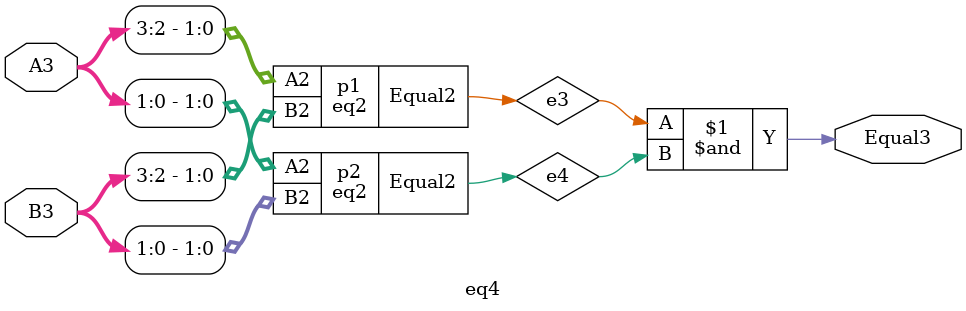
<source format=v>
module eq1(A1, B1, Equal1);
  input A1;
  input B1;
  wire A1;
  wire B1;
  output Equal1;
  wire Equal1;
  assign Equal1 = (A1==B1);
endmodule

module eq2(A2,B2,Equal2);
  input [1:0] A2;
  input [1:0] B2;
  wire [1:0] A2;
  wire [1:0] B2;
  output Equal2;
  wire Equal2;
  wire e1, e2;
  eq1 forFirstBit( .A1(A2[1]), .B1(B2[1]), .Equal1(e2));
  eq1 forSecondBit( .A1(A2[0]), .B1(B2[0]), .Equal1(e1));
  assign Equal2 = (e1 & e2);
endmodule

module eq4(A3,B3,Equal3);
  input [3:0] A3;
  input [3:0] B3;
  wire [3:0] A3;
  wire [3:0] B3;
  output Equal3;
  wire Equal3;
  wire e3, e4;
  eq2 p1( .A2(A3[3:2]), .B2(B3[3:2]), .Equal2(e3));
  eq2 p2( .A2(A3[1:0]), .B2(B3[1:0]), .Equal2(e4));
  assign Equal3 = (e3 & e4);
endmodule
</source>
